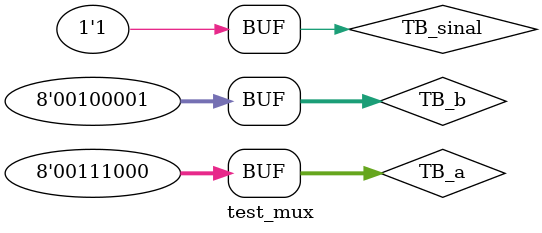
<source format=v>
module test_mux;
    reg TB_sinal;
    reg [7:0]TB_a, TB_b;
    wire [7:0]TB_out;

    mux21 gate(TB_a, TB_b, TB_out, TB_sinal);

    initial begin

        $display("Testando MUX...");
        $monitor(" sinal = %b     a = %b  b = %b  saida 1 = %b ", TB_sinal, TB_a,TB_b, TB_out);
        end

    initial
        begin
            TB_a = 8'b00101101; TB_b = 8'b00101110; TB_sinal = 1'b0; #20
            TB_a = 8'b10100101; TB_b = 8'b01001110; TB_sinal = 1'b1; #20
            TB_a = 8'b10111001; TB_b = 8'b00111111; TB_sinal = 1'b0; #20
            TB_a = 8'b00111000; TB_b = 8'b00100001; TB_sinal = 1'b1; #20;
        end
endmodule
</source>
